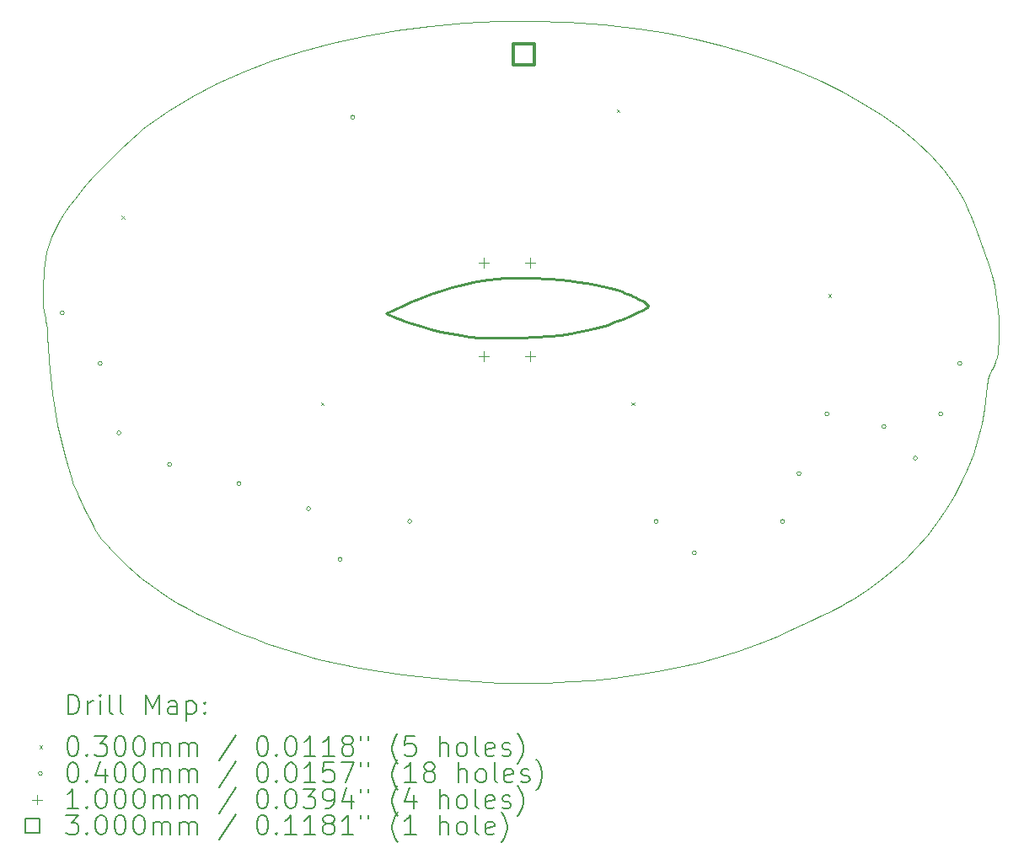
<source format=gbr>
%FSLAX45Y45*%
G04 Gerber Fmt 4.5, Leading zero omitted, Abs format (unit mm)*
G04 Created by KiCad (PCBNEW (6.0.2-0)) date 2022-12-05 13:59:55*
%MOMM*%
%LPD*%
G01*
G04 APERTURE LIST*
%TA.AperFunction,Profile*%
%ADD10C,0.100000*%
%TD*%
%TA.AperFunction,Profile*%
%ADD11C,0.220460*%
%TD*%
%ADD12C,0.200000*%
%ADD13C,0.030000*%
%ADD14C,0.040000*%
%ADD15C,0.100000*%
%ADD16C,0.300000*%
G04 APERTURE END LIST*
D10*
X20299638Y-9911788D02*
X20043849Y-9887612D01*
X20043849Y-9887612D02*
X19805123Y-9859851D01*
X19805123Y-9859851D02*
X19580564Y-9827962D01*
X19580564Y-9827962D02*
X19367278Y-9791404D01*
X19367278Y-9791404D02*
X19162371Y-9749634D01*
X19162371Y-9749634D02*
X18962947Y-9702111D01*
X18962947Y-9702111D02*
X18766111Y-9648291D01*
X18766111Y-9648291D02*
X18568971Y-9587633D01*
X18568971Y-9587633D02*
X18438670Y-9543946D01*
X18438670Y-9543946D02*
X18312483Y-9498678D01*
X18312483Y-9498678D02*
X18190373Y-9451808D01*
X18190373Y-9451808D02*
X18072304Y-9403315D01*
X18072304Y-9403315D02*
X17958240Y-9353179D01*
X17958240Y-9353179D02*
X17848143Y-9301380D01*
X17848143Y-9301380D02*
X17741976Y-9247896D01*
X17741976Y-9247896D02*
X17639704Y-9192708D01*
X17639704Y-9192708D02*
X17541288Y-9135795D01*
X17541288Y-9135795D02*
X17446694Y-9077137D01*
X17446694Y-9077137D02*
X17355883Y-9016712D01*
X17355883Y-9016712D02*
X17268820Y-8954501D01*
X17268820Y-8954501D02*
X17185467Y-8890482D01*
X17185467Y-8890482D02*
X17105788Y-8824636D01*
X17105788Y-8824636D02*
X17029746Y-8756943D01*
X17029746Y-8756943D02*
X16957305Y-8687380D01*
X16957305Y-8687380D02*
X16892465Y-8621927D01*
X16892465Y-8621927D02*
X16864811Y-8593188D01*
X16864811Y-8593188D02*
X16839863Y-8566454D01*
X16839863Y-8566454D02*
X16817269Y-8541237D01*
X16817269Y-8541237D02*
X16796678Y-8517049D01*
X16796678Y-8517049D02*
X16777736Y-8493399D01*
X16777736Y-8493399D02*
X16760090Y-8469800D01*
X16760090Y-8469800D02*
X16743390Y-8445763D01*
X16743390Y-8445763D02*
X16727281Y-8420799D01*
X16727281Y-8420799D02*
X16711412Y-8394418D01*
X16711412Y-8394418D02*
X16695430Y-8366132D01*
X16695430Y-8366132D02*
X16678983Y-8335453D01*
X16678983Y-8335453D02*
X16661718Y-8301890D01*
X16661718Y-8301890D02*
X16623324Y-8224161D01*
X16623324Y-8224161D02*
X16598038Y-8171242D01*
X16598038Y-8171242D02*
X16573159Y-8117524D01*
X16573159Y-8117524D02*
X16549322Y-8064492D01*
X16549322Y-8064492D02*
X16527165Y-8013635D01*
X16527165Y-8013635D02*
X16507325Y-7966439D01*
X16507325Y-7966439D02*
X16490438Y-7924390D01*
X16490438Y-7924390D02*
X16477140Y-7888975D01*
X16477140Y-7888975D02*
X16468070Y-7861681D01*
X16468070Y-7861681D02*
X16418594Y-7687011D01*
X16418594Y-7687011D02*
X16375632Y-7518115D01*
X16375632Y-7518115D02*
X16338916Y-7353434D01*
X16338916Y-7353434D02*
X16308177Y-7191413D01*
X16308177Y-7191413D02*
X16283146Y-7030492D01*
X16283146Y-7030492D02*
X16263553Y-6869115D01*
X16263553Y-6869115D02*
X16249130Y-6705725D01*
X16249130Y-6705725D02*
X16239609Y-6538765D01*
X16239609Y-6538765D02*
X16236887Y-6484639D01*
X16236887Y-6484639D02*
X16233432Y-6432257D01*
X16233432Y-6432257D02*
X16229385Y-6382899D01*
X16229385Y-6382899D02*
X16224888Y-6337849D01*
X16224888Y-6337849D02*
X16220081Y-6298386D01*
X16220081Y-6298386D02*
X16215105Y-6265792D01*
X16215105Y-6265792D02*
X16210102Y-6241349D01*
X16210102Y-6241349D02*
X16207635Y-6232584D01*
X16207635Y-6232584D02*
X16205213Y-6226338D01*
X16205213Y-6226338D02*
X16202659Y-6219799D01*
X16202659Y-6219799D02*
X16200325Y-6211215D01*
X16200325Y-6211215D02*
X16198213Y-6200659D01*
X16198213Y-6200659D02*
X16196328Y-6188205D01*
X16196328Y-6188205D02*
X16194672Y-6173928D01*
X16194672Y-6173928D02*
X16193248Y-6157901D01*
X16193248Y-6157901D02*
X16192060Y-6140198D01*
X16192060Y-6140198D02*
X16191110Y-6120893D01*
X16191110Y-6120893D02*
X16189936Y-6077773D01*
X16189936Y-6077773D02*
X16189753Y-6029133D01*
X16189753Y-6029133D02*
X16190584Y-5975564D01*
X16190584Y-5975564D02*
X16192453Y-5917657D01*
X16192453Y-5917657D02*
X16195983Y-5848889D01*
X16195983Y-5848889D02*
X16201035Y-5784352D01*
X16201035Y-5784352D02*
X16207838Y-5723477D01*
X16207838Y-5723477D02*
X16216622Y-5665695D01*
X16216622Y-5665695D02*
X16227616Y-5610436D01*
X16227616Y-5610436D02*
X16241051Y-5557132D01*
X16241051Y-5557132D02*
X16257156Y-5505213D01*
X16257156Y-5505213D02*
X16276160Y-5454110D01*
X16276160Y-5454110D02*
X16298293Y-5403255D01*
X16298293Y-5403255D02*
X16323785Y-5352078D01*
X16323785Y-5352078D02*
X16352866Y-5300009D01*
X16352866Y-5300009D02*
X16385764Y-5246481D01*
X16385764Y-5246481D02*
X16422710Y-5190924D01*
X16422710Y-5190924D02*
X16463933Y-5132768D01*
X16463933Y-5132768D02*
X16509663Y-5071445D01*
X16509663Y-5071445D02*
X16560129Y-5006386D01*
X16560129Y-5006386D02*
X16589096Y-4970749D01*
X16589096Y-4970749D02*
X16622449Y-4931661D01*
X16622449Y-4931661D02*
X16699982Y-4845443D01*
X16699982Y-4845443D02*
X16788071Y-4752364D01*
X16788071Y-4752364D02*
X16882058Y-4657058D01*
X16882058Y-4657058D02*
X16977287Y-4564155D01*
X16977287Y-4564155D02*
X17069102Y-4478289D01*
X17069102Y-4478289D02*
X17152844Y-4404090D01*
X17152844Y-4404090D02*
X17190232Y-4372815D01*
X17190232Y-4372815D02*
X17223857Y-4346193D01*
X17223857Y-4346193D02*
X17442838Y-4191713D01*
X17442838Y-4191713D02*
X17680051Y-4048437D01*
X17680051Y-4048437D02*
X17934173Y-3916624D01*
X17934173Y-3916624D02*
X18203879Y-3796539D01*
X18203879Y-3796539D02*
X18487843Y-3688443D01*
X18487843Y-3688443D02*
X18784743Y-3592599D01*
X18784743Y-3592599D02*
X19093253Y-3509269D01*
X19093253Y-3509269D02*
X19412048Y-3438715D01*
X19412048Y-3438715D02*
X19739805Y-3381200D01*
X19739805Y-3381200D02*
X20075199Y-3336986D01*
X20075199Y-3336986D02*
X20416906Y-3306335D01*
X20416906Y-3306335D02*
X20763600Y-3289510D01*
X20763600Y-3289510D02*
X21113958Y-3286773D01*
X21113958Y-3286773D02*
X21466656Y-3298387D01*
X21466656Y-3298387D02*
X21820367Y-3324614D01*
X21820367Y-3324614D02*
X22173769Y-3365715D01*
X22173769Y-3365715D02*
X22459136Y-3410922D01*
X22459136Y-3410922D02*
X22737939Y-3466738D01*
X22737939Y-3466738D02*
X23009268Y-3532682D01*
X23009268Y-3532682D02*
X23272216Y-3608275D01*
X23272216Y-3608275D02*
X23525873Y-3693035D01*
X23525873Y-3693035D02*
X23769331Y-3786484D01*
X23769331Y-3786484D02*
X24001681Y-3888141D01*
X24001681Y-3888141D02*
X24222013Y-3997525D01*
X24222013Y-3997525D02*
X24429420Y-4114156D01*
X24429420Y-4114156D02*
X24622991Y-4237554D01*
X24622991Y-4237554D02*
X24801819Y-4367239D01*
X24801819Y-4367239D02*
X24964995Y-4502731D01*
X24964995Y-4502731D02*
X25111610Y-4643549D01*
X25111610Y-4643549D02*
X25240754Y-4789213D01*
X25240754Y-4789213D02*
X25351520Y-4939244D01*
X25351520Y-4939244D02*
X25442997Y-5093159D01*
X25442997Y-5093159D02*
X25461567Y-5130183D01*
X25461567Y-5130183D02*
X25481218Y-5172262D01*
X25481218Y-5172262D02*
X25522876Y-5269092D01*
X25522876Y-5269092D02*
X25566199Y-5378669D01*
X25566199Y-5378669D02*
X25609414Y-5496014D01*
X25609414Y-5496014D02*
X25650748Y-5616144D01*
X25650748Y-5616144D02*
X25688426Y-5734081D01*
X25688426Y-5734081D02*
X25720677Y-5844844D01*
X25720677Y-5844844D02*
X25745727Y-5943452D01*
X25745727Y-5943452D02*
X25758755Y-6005744D01*
X25758755Y-6005744D02*
X25769756Y-6069800D01*
X25769756Y-6069800D02*
X25778750Y-6134983D01*
X25778750Y-6134983D02*
X25785754Y-6200656D01*
X25785754Y-6200656D02*
X25790787Y-6266180D01*
X25790787Y-6266180D02*
X25793867Y-6330919D01*
X25793867Y-6330919D02*
X25795012Y-6394235D01*
X25795012Y-6394235D02*
X25794242Y-6455491D01*
X25794242Y-6455491D02*
X25791572Y-6514049D01*
X25791572Y-6514049D02*
X25787024Y-6569272D01*
X25787024Y-6569272D02*
X25780614Y-6620523D01*
X25780614Y-6620523D02*
X25772360Y-6667164D01*
X25772360Y-6667164D02*
X25762282Y-6708558D01*
X25762282Y-6708558D02*
X25750397Y-6744067D01*
X25750397Y-6744067D02*
X25736724Y-6773054D01*
X25736724Y-6773054D02*
X25721281Y-6794881D01*
X25721281Y-6794881D02*
X25718901Y-6797673D01*
X25718901Y-6797673D02*
X25716570Y-6800735D01*
X25716570Y-6800735D02*
X25712053Y-6807678D01*
X25712053Y-6807678D02*
X25707727Y-6815726D01*
X25707727Y-6815726D02*
X25703588Y-6824900D01*
X25703588Y-6824900D02*
X25699632Y-6835216D01*
X25699632Y-6835216D02*
X25695853Y-6846693D01*
X25695853Y-6846693D02*
X25692249Y-6859349D01*
X25692249Y-6859349D02*
X25688815Y-6873202D01*
X25688815Y-6873202D02*
X25685546Y-6888271D01*
X25685546Y-6888271D02*
X25682439Y-6904572D01*
X25682439Y-6904572D02*
X25679489Y-6922125D01*
X25679489Y-6922125D02*
X25676692Y-6940947D01*
X25676692Y-6940947D02*
X25674044Y-6961057D01*
X25674044Y-6961057D02*
X25671541Y-6982473D01*
X25671541Y-6982473D02*
X25669179Y-7005212D01*
X25669179Y-7005212D02*
X25666952Y-7029293D01*
X25666952Y-7029293D02*
X25648382Y-7184918D01*
X25648382Y-7184918D02*
X25620112Y-7338538D01*
X25620112Y-7338538D02*
X25582346Y-7489838D01*
X25582346Y-7489838D02*
X25535288Y-7638506D01*
X25535288Y-7638506D02*
X25479141Y-7784227D01*
X25479141Y-7784227D02*
X25414110Y-7926687D01*
X25414110Y-7926687D02*
X25340398Y-8065573D01*
X25340398Y-8065573D02*
X25258210Y-8200571D01*
X25258210Y-8200571D02*
X25167748Y-8331366D01*
X25167748Y-8331366D02*
X25069218Y-8457646D01*
X25069218Y-8457646D02*
X24962822Y-8579096D01*
X24962822Y-8579096D02*
X24848765Y-8695402D01*
X24848765Y-8695402D02*
X24727250Y-8806250D01*
X24727250Y-8806250D02*
X24598482Y-8911328D01*
X24598482Y-8911328D02*
X24462664Y-9010320D01*
X24462664Y-9010320D02*
X24320000Y-9102913D01*
X24320000Y-9102913D02*
X24288327Y-9121936D01*
X24288327Y-9121936D02*
X24254568Y-9141591D01*
X24254568Y-9141591D02*
X24219763Y-9161313D01*
X24219763Y-9161313D02*
X24184951Y-9180533D01*
X24184951Y-9180533D02*
X24151173Y-9198686D01*
X24151173Y-9198686D02*
X24119469Y-9215206D01*
X24119469Y-9215206D02*
X24090878Y-9229524D01*
X24090878Y-9229524D02*
X24066441Y-9241074D01*
X24066441Y-9241074D02*
X24005861Y-9269016D01*
X24005861Y-9269016D02*
X23919816Y-9309329D01*
X23919816Y-9309329D02*
X23717172Y-9405493D01*
X23717172Y-9405493D02*
X23543269Y-9483982D01*
X23543269Y-9483982D02*
X23362350Y-9556479D01*
X23362350Y-9556479D02*
X23174785Y-9622932D01*
X23174785Y-9622932D02*
X22980943Y-9683284D01*
X22980943Y-9683284D02*
X22781193Y-9737481D01*
X22781193Y-9737481D02*
X22575905Y-9785469D01*
X22575905Y-9785469D02*
X22365448Y-9827193D01*
X22365448Y-9827193D02*
X22150190Y-9862597D01*
X22150190Y-9862597D02*
X21930502Y-9891628D01*
X21930502Y-9891628D02*
X21706752Y-9914231D01*
X21706752Y-9914231D02*
X21479310Y-9930350D01*
X21479310Y-9930350D02*
X21248545Y-9939932D01*
X21248545Y-9939932D02*
X21014826Y-9942921D01*
X21014826Y-9942921D02*
X20778522Y-9939264D01*
X20778522Y-9939264D02*
X20540003Y-9928904D01*
X20540003Y-9928904D02*
X20299638Y-9911788D01*
X20299638Y-9911788D02*
X20299638Y-9911788D01*
X20299638Y-9911788D02*
X20299638Y-9911788D01*
D11*
X21488181Y-6428899D02*
X21566426Y-6412952D01*
X21566426Y-6412952D02*
X21650614Y-6394680D01*
X21650614Y-6394680D02*
X21730634Y-6376340D01*
X21730634Y-6376340D02*
X21796373Y-6360184D01*
X21796373Y-6360184D02*
X21826983Y-6351587D01*
X21826983Y-6351587D02*
X21860856Y-6340900D01*
X21860856Y-6340900D02*
X21935502Y-6314532D01*
X21935502Y-6314532D02*
X22014529Y-6283628D01*
X22014529Y-6283628D02*
X22092155Y-6250734D01*
X22092155Y-6250734D02*
X22162596Y-6218399D01*
X22162596Y-6218399D02*
X22220070Y-6189169D01*
X22220070Y-6189169D02*
X22242137Y-6176515D01*
X22242137Y-6176515D02*
X22258795Y-6165592D01*
X22258795Y-6165592D02*
X22269319Y-6156720D01*
X22269319Y-6156720D02*
X22272056Y-6153152D01*
X22272056Y-6153152D02*
X22272988Y-6150216D01*
X22272988Y-6150216D02*
X22272470Y-6147757D01*
X22272470Y-6147757D02*
X22270941Y-6144936D01*
X22270941Y-6144936D02*
X22268442Y-6141773D01*
X22268442Y-6141773D02*
X22265012Y-6138288D01*
X22265012Y-6138288D02*
X22255518Y-6130431D01*
X22255518Y-6130431D02*
X22242779Y-6121522D01*
X22242779Y-6121522D02*
X22227112Y-6111722D01*
X22227112Y-6111722D02*
X22208835Y-6101187D01*
X22208835Y-6101187D02*
X22188266Y-6090078D01*
X22188266Y-6090078D02*
X22165724Y-6078553D01*
X22165724Y-6078553D02*
X22141527Y-6066770D01*
X22141527Y-6066770D02*
X22115992Y-6054888D01*
X22115992Y-6054888D02*
X22089438Y-6043066D01*
X22089438Y-6043066D02*
X22062183Y-6031462D01*
X22062183Y-6031462D02*
X22034545Y-6020235D01*
X22034545Y-6020235D02*
X22006843Y-6009543D01*
X22006843Y-6009543D02*
X21979393Y-5999546D01*
X21979393Y-5999546D02*
X21952515Y-5990401D01*
X21952515Y-5990401D02*
X21887173Y-5971025D01*
X21887173Y-5971025D02*
X21814639Y-5953126D01*
X21814639Y-5953126D02*
X21735912Y-5936774D01*
X21735912Y-5936774D02*
X21651991Y-5922038D01*
X21651991Y-5922038D02*
X21563875Y-5908988D01*
X21563875Y-5908988D02*
X21472563Y-5897694D01*
X21472563Y-5897694D02*
X21284344Y-5880648D01*
X21284344Y-5880648D02*
X21095327Y-5871457D01*
X21095327Y-5871457D02*
X21003016Y-5869981D01*
X21003016Y-5869981D02*
X20913502Y-5870677D01*
X20913502Y-5870677D02*
X20827783Y-5873614D01*
X20827783Y-5873614D02*
X20746859Y-5878862D01*
X20746859Y-5878862D02*
X20671728Y-5886491D01*
X20671728Y-5886491D02*
X20603389Y-5896570D01*
X20603389Y-5896570D02*
X20506581Y-5915618D01*
X20506581Y-5915618D02*
X20404412Y-5939556D01*
X20404412Y-5939556D02*
X20299110Y-5967687D01*
X20299110Y-5967687D02*
X20192902Y-5999313D01*
X20192902Y-5999313D02*
X20088014Y-6033738D01*
X20088014Y-6033738D02*
X19986674Y-6070265D01*
X19986674Y-6070265D02*
X19891108Y-6108198D01*
X19891108Y-6108198D02*
X19803544Y-6146839D01*
X19803544Y-6146839D02*
X19638179Y-6224234D01*
X19638179Y-6224234D02*
X19748422Y-6275646D01*
X19748422Y-6275646D02*
X19778133Y-6288619D01*
X19778133Y-6288619D02*
X19812411Y-6302033D01*
X19812411Y-6302033D02*
X19892555Y-6329642D01*
X19892555Y-6329642D02*
X19984638Y-6357400D01*
X19984638Y-6357400D02*
X20084438Y-6384233D01*
X20084438Y-6384233D02*
X20187738Y-6409069D01*
X20187738Y-6409069D02*
X20290317Y-6430834D01*
X20290317Y-6430834D02*
X20387958Y-6448455D01*
X20387958Y-6448455D02*
X20433607Y-6455375D01*
X20433607Y-6455375D02*
X20476440Y-6460857D01*
X20476440Y-6460857D02*
X20579787Y-6469040D01*
X20579787Y-6469040D02*
X20705365Y-6473249D01*
X20705365Y-6473249D02*
X20845363Y-6473733D01*
X20845363Y-6473733D02*
X20991966Y-6470737D01*
X20991966Y-6470737D02*
X21137363Y-6464509D01*
X21137363Y-6464509D02*
X21273739Y-6455296D01*
X21273739Y-6455296D02*
X21393283Y-6443343D01*
X21393283Y-6443343D02*
X21444300Y-6436417D01*
X21444300Y-6436417D02*
X21488180Y-6428898D01*
X21488180Y-6428898D02*
X21488181Y-6428899D01*
X21488181Y-6428899D02*
X21488181Y-6428899D01*
D12*
D13*
X16978212Y-5244574D02*
X17008212Y-5274574D01*
X17008212Y-5244574D02*
X16978212Y-5274574D01*
X18984200Y-7122400D02*
X19014200Y-7152400D01*
X19014200Y-7122400D02*
X18984200Y-7152400D01*
X21956000Y-4176000D02*
X21986000Y-4206000D01*
X21986000Y-4176000D02*
X21956000Y-4206000D01*
X22101156Y-7121909D02*
X22131156Y-7151909D01*
X22131156Y-7121909D02*
X22101156Y-7151909D01*
X24080733Y-6032983D02*
X24110733Y-6062983D01*
X24110733Y-6032983D02*
X24080733Y-6062983D01*
D14*
X16403000Y-6223000D02*
G75*
G03*
X16403000Y-6223000I-20000J0D01*
G01*
X16784000Y-6731000D02*
G75*
G03*
X16784000Y-6731000I-20000J0D01*
G01*
X16974500Y-7429500D02*
G75*
G03*
X16974500Y-7429500I-20000J0D01*
G01*
X17482500Y-7747000D02*
G75*
G03*
X17482500Y-7747000I-20000J0D01*
G01*
X18181000Y-7937500D02*
G75*
G03*
X18181000Y-7937500I-20000J0D01*
G01*
X18879500Y-8191500D02*
G75*
G03*
X18879500Y-8191500I-20000J0D01*
G01*
X19197000Y-8699500D02*
G75*
G03*
X19197000Y-8699500I-20000J0D01*
G01*
X19324000Y-4254500D02*
G75*
G03*
X19324000Y-4254500I-20000J0D01*
G01*
X19895500Y-8318500D02*
G75*
G03*
X19895500Y-8318500I-20000J0D01*
G01*
X22372000Y-8318500D02*
G75*
G03*
X22372000Y-8318500I-20000J0D01*
G01*
X22753000Y-8636000D02*
G75*
G03*
X22753000Y-8636000I-20000J0D01*
G01*
X23642000Y-8318500D02*
G75*
G03*
X23642000Y-8318500I-20000J0D01*
G01*
X23805500Y-7837500D02*
G75*
G03*
X23805500Y-7837500I-20000J0D01*
G01*
X24086500Y-7239000D02*
G75*
G03*
X24086500Y-7239000I-20000J0D01*
G01*
X24658000Y-7366000D02*
G75*
G03*
X24658000Y-7366000I-20000J0D01*
G01*
X24975500Y-7683500D02*
G75*
G03*
X24975500Y-7683500I-20000J0D01*
G01*
X25229500Y-7239000D02*
G75*
G03*
X25229500Y-7239000I-20000J0D01*
G01*
X25420000Y-6731000D02*
G75*
G03*
X25420000Y-6731000I-20000J0D01*
G01*
D15*
X20621695Y-5665000D02*
X20621695Y-5765000D01*
X20571695Y-5715000D02*
X20671695Y-5715000D01*
X20621695Y-6604800D02*
X20621695Y-6704800D01*
X20571695Y-6654800D02*
X20671695Y-6654800D01*
X21082000Y-5665000D02*
X21082000Y-5765000D01*
X21032000Y-5715000D02*
X21132000Y-5715000D01*
X21082000Y-6604800D02*
X21082000Y-6704800D01*
X21032000Y-6654800D02*
X21132000Y-6654800D01*
D16*
X21124567Y-3725567D02*
X21124567Y-3513433D01*
X20912433Y-3513433D01*
X20912433Y-3725567D01*
X21124567Y-3725567D01*
D12*
X16442372Y-10258398D02*
X16442372Y-10058398D01*
X16489991Y-10058398D01*
X16518562Y-10067921D01*
X16537610Y-10086969D01*
X16547134Y-10106017D01*
X16556657Y-10144112D01*
X16556657Y-10172683D01*
X16547134Y-10210779D01*
X16537610Y-10229826D01*
X16518562Y-10248874D01*
X16489991Y-10258398D01*
X16442372Y-10258398D01*
X16642372Y-10258398D02*
X16642372Y-10125064D01*
X16642372Y-10163159D02*
X16651895Y-10144112D01*
X16661419Y-10134588D01*
X16680467Y-10125064D01*
X16699515Y-10125064D01*
X16766181Y-10258398D02*
X16766181Y-10125064D01*
X16766181Y-10058398D02*
X16756657Y-10067921D01*
X16766181Y-10077445D01*
X16775705Y-10067921D01*
X16766181Y-10058398D01*
X16766181Y-10077445D01*
X16889991Y-10258398D02*
X16870943Y-10248874D01*
X16861419Y-10229826D01*
X16861419Y-10058398D01*
X16994753Y-10258398D02*
X16975705Y-10248874D01*
X16966181Y-10229826D01*
X16966181Y-10058398D01*
X17223324Y-10258398D02*
X17223324Y-10058398D01*
X17289991Y-10201255D01*
X17356657Y-10058398D01*
X17356657Y-10258398D01*
X17537610Y-10258398D02*
X17537610Y-10153636D01*
X17528086Y-10134588D01*
X17509038Y-10125064D01*
X17470943Y-10125064D01*
X17451896Y-10134588D01*
X17537610Y-10248874D02*
X17518562Y-10258398D01*
X17470943Y-10258398D01*
X17451896Y-10248874D01*
X17442372Y-10229826D01*
X17442372Y-10210779D01*
X17451896Y-10191731D01*
X17470943Y-10182207D01*
X17518562Y-10182207D01*
X17537610Y-10172683D01*
X17632848Y-10125064D02*
X17632848Y-10325064D01*
X17632848Y-10134588D02*
X17651896Y-10125064D01*
X17689991Y-10125064D01*
X17709038Y-10134588D01*
X17718562Y-10144112D01*
X17728086Y-10163159D01*
X17728086Y-10220302D01*
X17718562Y-10239350D01*
X17709038Y-10248874D01*
X17689991Y-10258398D01*
X17651896Y-10258398D01*
X17632848Y-10248874D01*
X17813800Y-10239350D02*
X17823324Y-10248874D01*
X17813800Y-10258398D01*
X17804277Y-10248874D01*
X17813800Y-10239350D01*
X17813800Y-10258398D01*
X17813800Y-10134588D02*
X17823324Y-10144112D01*
X17813800Y-10153636D01*
X17804277Y-10144112D01*
X17813800Y-10134588D01*
X17813800Y-10153636D01*
D13*
X16154753Y-10572921D02*
X16184753Y-10602921D01*
X16184753Y-10572921D02*
X16154753Y-10602921D01*
D12*
X16480467Y-10478398D02*
X16499515Y-10478398D01*
X16518562Y-10487921D01*
X16528086Y-10497445D01*
X16537610Y-10516493D01*
X16547134Y-10554588D01*
X16547134Y-10602207D01*
X16537610Y-10640302D01*
X16528086Y-10659350D01*
X16518562Y-10668874D01*
X16499515Y-10678398D01*
X16480467Y-10678398D01*
X16461419Y-10668874D01*
X16451895Y-10659350D01*
X16442372Y-10640302D01*
X16432848Y-10602207D01*
X16432848Y-10554588D01*
X16442372Y-10516493D01*
X16451895Y-10497445D01*
X16461419Y-10487921D01*
X16480467Y-10478398D01*
X16632848Y-10659350D02*
X16642372Y-10668874D01*
X16632848Y-10678398D01*
X16623324Y-10668874D01*
X16632848Y-10659350D01*
X16632848Y-10678398D01*
X16709038Y-10478398D02*
X16832848Y-10478398D01*
X16766181Y-10554588D01*
X16794753Y-10554588D01*
X16813800Y-10564112D01*
X16823324Y-10573636D01*
X16832848Y-10592683D01*
X16832848Y-10640302D01*
X16823324Y-10659350D01*
X16813800Y-10668874D01*
X16794753Y-10678398D01*
X16737610Y-10678398D01*
X16718562Y-10668874D01*
X16709038Y-10659350D01*
X16956657Y-10478398D02*
X16975705Y-10478398D01*
X16994753Y-10487921D01*
X17004277Y-10497445D01*
X17013800Y-10516493D01*
X17023324Y-10554588D01*
X17023324Y-10602207D01*
X17013800Y-10640302D01*
X17004277Y-10659350D01*
X16994753Y-10668874D01*
X16975705Y-10678398D01*
X16956657Y-10678398D01*
X16937610Y-10668874D01*
X16928086Y-10659350D01*
X16918562Y-10640302D01*
X16909038Y-10602207D01*
X16909038Y-10554588D01*
X16918562Y-10516493D01*
X16928086Y-10497445D01*
X16937610Y-10487921D01*
X16956657Y-10478398D01*
X17147134Y-10478398D02*
X17166181Y-10478398D01*
X17185229Y-10487921D01*
X17194753Y-10497445D01*
X17204277Y-10516493D01*
X17213800Y-10554588D01*
X17213800Y-10602207D01*
X17204277Y-10640302D01*
X17194753Y-10659350D01*
X17185229Y-10668874D01*
X17166181Y-10678398D01*
X17147134Y-10678398D01*
X17128086Y-10668874D01*
X17118562Y-10659350D01*
X17109038Y-10640302D01*
X17099515Y-10602207D01*
X17099515Y-10554588D01*
X17109038Y-10516493D01*
X17118562Y-10497445D01*
X17128086Y-10487921D01*
X17147134Y-10478398D01*
X17299515Y-10678398D02*
X17299515Y-10545064D01*
X17299515Y-10564112D02*
X17309038Y-10554588D01*
X17328086Y-10545064D01*
X17356657Y-10545064D01*
X17375705Y-10554588D01*
X17385229Y-10573636D01*
X17385229Y-10678398D01*
X17385229Y-10573636D02*
X17394753Y-10554588D01*
X17413800Y-10545064D01*
X17442372Y-10545064D01*
X17461419Y-10554588D01*
X17470943Y-10573636D01*
X17470943Y-10678398D01*
X17566181Y-10678398D02*
X17566181Y-10545064D01*
X17566181Y-10564112D02*
X17575705Y-10554588D01*
X17594753Y-10545064D01*
X17623324Y-10545064D01*
X17642372Y-10554588D01*
X17651896Y-10573636D01*
X17651896Y-10678398D01*
X17651896Y-10573636D02*
X17661419Y-10554588D01*
X17680467Y-10545064D01*
X17709038Y-10545064D01*
X17728086Y-10554588D01*
X17737610Y-10573636D01*
X17737610Y-10678398D01*
X18128086Y-10468874D02*
X17956657Y-10726017D01*
X18385229Y-10478398D02*
X18404277Y-10478398D01*
X18423324Y-10487921D01*
X18432848Y-10497445D01*
X18442372Y-10516493D01*
X18451896Y-10554588D01*
X18451896Y-10602207D01*
X18442372Y-10640302D01*
X18432848Y-10659350D01*
X18423324Y-10668874D01*
X18404277Y-10678398D01*
X18385229Y-10678398D01*
X18366181Y-10668874D01*
X18356657Y-10659350D01*
X18347134Y-10640302D01*
X18337610Y-10602207D01*
X18337610Y-10554588D01*
X18347134Y-10516493D01*
X18356657Y-10497445D01*
X18366181Y-10487921D01*
X18385229Y-10478398D01*
X18537610Y-10659350D02*
X18547134Y-10668874D01*
X18537610Y-10678398D01*
X18528086Y-10668874D01*
X18537610Y-10659350D01*
X18537610Y-10678398D01*
X18670943Y-10478398D02*
X18689991Y-10478398D01*
X18709038Y-10487921D01*
X18718562Y-10497445D01*
X18728086Y-10516493D01*
X18737610Y-10554588D01*
X18737610Y-10602207D01*
X18728086Y-10640302D01*
X18718562Y-10659350D01*
X18709038Y-10668874D01*
X18689991Y-10678398D01*
X18670943Y-10678398D01*
X18651896Y-10668874D01*
X18642372Y-10659350D01*
X18632848Y-10640302D01*
X18623324Y-10602207D01*
X18623324Y-10554588D01*
X18632848Y-10516493D01*
X18642372Y-10497445D01*
X18651896Y-10487921D01*
X18670943Y-10478398D01*
X18928086Y-10678398D02*
X18813800Y-10678398D01*
X18870943Y-10678398D02*
X18870943Y-10478398D01*
X18851896Y-10506969D01*
X18832848Y-10526017D01*
X18813800Y-10535540D01*
X19118562Y-10678398D02*
X19004277Y-10678398D01*
X19061419Y-10678398D02*
X19061419Y-10478398D01*
X19042372Y-10506969D01*
X19023324Y-10526017D01*
X19004277Y-10535540D01*
X19232848Y-10564112D02*
X19213800Y-10554588D01*
X19204277Y-10545064D01*
X19194753Y-10526017D01*
X19194753Y-10516493D01*
X19204277Y-10497445D01*
X19213800Y-10487921D01*
X19232848Y-10478398D01*
X19270943Y-10478398D01*
X19289991Y-10487921D01*
X19299515Y-10497445D01*
X19309038Y-10516493D01*
X19309038Y-10526017D01*
X19299515Y-10545064D01*
X19289991Y-10554588D01*
X19270943Y-10564112D01*
X19232848Y-10564112D01*
X19213800Y-10573636D01*
X19204277Y-10583159D01*
X19194753Y-10602207D01*
X19194753Y-10640302D01*
X19204277Y-10659350D01*
X19213800Y-10668874D01*
X19232848Y-10678398D01*
X19270943Y-10678398D01*
X19289991Y-10668874D01*
X19299515Y-10659350D01*
X19309038Y-10640302D01*
X19309038Y-10602207D01*
X19299515Y-10583159D01*
X19289991Y-10573636D01*
X19270943Y-10564112D01*
X19385229Y-10478398D02*
X19385229Y-10516493D01*
X19461419Y-10478398D02*
X19461419Y-10516493D01*
X19756657Y-10754588D02*
X19747134Y-10745064D01*
X19728086Y-10716493D01*
X19718562Y-10697445D01*
X19709038Y-10668874D01*
X19699515Y-10621255D01*
X19699515Y-10583159D01*
X19709038Y-10535540D01*
X19718562Y-10506969D01*
X19728086Y-10487921D01*
X19747134Y-10459350D01*
X19756657Y-10449826D01*
X19928086Y-10478398D02*
X19832848Y-10478398D01*
X19823324Y-10573636D01*
X19832848Y-10564112D01*
X19851896Y-10554588D01*
X19899515Y-10554588D01*
X19918562Y-10564112D01*
X19928086Y-10573636D01*
X19937610Y-10592683D01*
X19937610Y-10640302D01*
X19928086Y-10659350D01*
X19918562Y-10668874D01*
X19899515Y-10678398D01*
X19851896Y-10678398D01*
X19832848Y-10668874D01*
X19823324Y-10659350D01*
X20175705Y-10678398D02*
X20175705Y-10478398D01*
X20261419Y-10678398D02*
X20261419Y-10573636D01*
X20251896Y-10554588D01*
X20232848Y-10545064D01*
X20204277Y-10545064D01*
X20185229Y-10554588D01*
X20175705Y-10564112D01*
X20385229Y-10678398D02*
X20366181Y-10668874D01*
X20356657Y-10659350D01*
X20347134Y-10640302D01*
X20347134Y-10583159D01*
X20356657Y-10564112D01*
X20366181Y-10554588D01*
X20385229Y-10545064D01*
X20413800Y-10545064D01*
X20432848Y-10554588D01*
X20442372Y-10564112D01*
X20451896Y-10583159D01*
X20451896Y-10640302D01*
X20442372Y-10659350D01*
X20432848Y-10668874D01*
X20413800Y-10678398D01*
X20385229Y-10678398D01*
X20566181Y-10678398D02*
X20547134Y-10668874D01*
X20537610Y-10649826D01*
X20537610Y-10478398D01*
X20718562Y-10668874D02*
X20699515Y-10678398D01*
X20661419Y-10678398D01*
X20642372Y-10668874D01*
X20632848Y-10649826D01*
X20632848Y-10573636D01*
X20642372Y-10554588D01*
X20661419Y-10545064D01*
X20699515Y-10545064D01*
X20718562Y-10554588D01*
X20728086Y-10573636D01*
X20728086Y-10592683D01*
X20632848Y-10611731D01*
X20804277Y-10668874D02*
X20823324Y-10678398D01*
X20861419Y-10678398D01*
X20880467Y-10668874D01*
X20889991Y-10649826D01*
X20889991Y-10640302D01*
X20880467Y-10621255D01*
X20861419Y-10611731D01*
X20832848Y-10611731D01*
X20813800Y-10602207D01*
X20804277Y-10583159D01*
X20804277Y-10573636D01*
X20813800Y-10554588D01*
X20832848Y-10545064D01*
X20861419Y-10545064D01*
X20880467Y-10554588D01*
X20956657Y-10754588D02*
X20966181Y-10745064D01*
X20985229Y-10716493D01*
X20994753Y-10697445D01*
X21004277Y-10668874D01*
X21013800Y-10621255D01*
X21013800Y-10583159D01*
X21004277Y-10535540D01*
X20994753Y-10506969D01*
X20985229Y-10487921D01*
X20966181Y-10459350D01*
X20956657Y-10449826D01*
D14*
X16184753Y-10851921D02*
G75*
G03*
X16184753Y-10851921I-20000J0D01*
G01*
D12*
X16480467Y-10742398D02*
X16499515Y-10742398D01*
X16518562Y-10751921D01*
X16528086Y-10761445D01*
X16537610Y-10780493D01*
X16547134Y-10818588D01*
X16547134Y-10866207D01*
X16537610Y-10904302D01*
X16528086Y-10923350D01*
X16518562Y-10932874D01*
X16499515Y-10942398D01*
X16480467Y-10942398D01*
X16461419Y-10932874D01*
X16451895Y-10923350D01*
X16442372Y-10904302D01*
X16432848Y-10866207D01*
X16432848Y-10818588D01*
X16442372Y-10780493D01*
X16451895Y-10761445D01*
X16461419Y-10751921D01*
X16480467Y-10742398D01*
X16632848Y-10923350D02*
X16642372Y-10932874D01*
X16632848Y-10942398D01*
X16623324Y-10932874D01*
X16632848Y-10923350D01*
X16632848Y-10942398D01*
X16813800Y-10809064D02*
X16813800Y-10942398D01*
X16766181Y-10732874D02*
X16718562Y-10875731D01*
X16842372Y-10875731D01*
X16956657Y-10742398D02*
X16975705Y-10742398D01*
X16994753Y-10751921D01*
X17004277Y-10761445D01*
X17013800Y-10780493D01*
X17023324Y-10818588D01*
X17023324Y-10866207D01*
X17013800Y-10904302D01*
X17004277Y-10923350D01*
X16994753Y-10932874D01*
X16975705Y-10942398D01*
X16956657Y-10942398D01*
X16937610Y-10932874D01*
X16928086Y-10923350D01*
X16918562Y-10904302D01*
X16909038Y-10866207D01*
X16909038Y-10818588D01*
X16918562Y-10780493D01*
X16928086Y-10761445D01*
X16937610Y-10751921D01*
X16956657Y-10742398D01*
X17147134Y-10742398D02*
X17166181Y-10742398D01*
X17185229Y-10751921D01*
X17194753Y-10761445D01*
X17204277Y-10780493D01*
X17213800Y-10818588D01*
X17213800Y-10866207D01*
X17204277Y-10904302D01*
X17194753Y-10923350D01*
X17185229Y-10932874D01*
X17166181Y-10942398D01*
X17147134Y-10942398D01*
X17128086Y-10932874D01*
X17118562Y-10923350D01*
X17109038Y-10904302D01*
X17099515Y-10866207D01*
X17099515Y-10818588D01*
X17109038Y-10780493D01*
X17118562Y-10761445D01*
X17128086Y-10751921D01*
X17147134Y-10742398D01*
X17299515Y-10942398D02*
X17299515Y-10809064D01*
X17299515Y-10828112D02*
X17309038Y-10818588D01*
X17328086Y-10809064D01*
X17356657Y-10809064D01*
X17375705Y-10818588D01*
X17385229Y-10837636D01*
X17385229Y-10942398D01*
X17385229Y-10837636D02*
X17394753Y-10818588D01*
X17413800Y-10809064D01*
X17442372Y-10809064D01*
X17461419Y-10818588D01*
X17470943Y-10837636D01*
X17470943Y-10942398D01*
X17566181Y-10942398D02*
X17566181Y-10809064D01*
X17566181Y-10828112D02*
X17575705Y-10818588D01*
X17594753Y-10809064D01*
X17623324Y-10809064D01*
X17642372Y-10818588D01*
X17651896Y-10837636D01*
X17651896Y-10942398D01*
X17651896Y-10837636D02*
X17661419Y-10818588D01*
X17680467Y-10809064D01*
X17709038Y-10809064D01*
X17728086Y-10818588D01*
X17737610Y-10837636D01*
X17737610Y-10942398D01*
X18128086Y-10732874D02*
X17956657Y-10990017D01*
X18385229Y-10742398D02*
X18404277Y-10742398D01*
X18423324Y-10751921D01*
X18432848Y-10761445D01*
X18442372Y-10780493D01*
X18451896Y-10818588D01*
X18451896Y-10866207D01*
X18442372Y-10904302D01*
X18432848Y-10923350D01*
X18423324Y-10932874D01*
X18404277Y-10942398D01*
X18385229Y-10942398D01*
X18366181Y-10932874D01*
X18356657Y-10923350D01*
X18347134Y-10904302D01*
X18337610Y-10866207D01*
X18337610Y-10818588D01*
X18347134Y-10780493D01*
X18356657Y-10761445D01*
X18366181Y-10751921D01*
X18385229Y-10742398D01*
X18537610Y-10923350D02*
X18547134Y-10932874D01*
X18537610Y-10942398D01*
X18528086Y-10932874D01*
X18537610Y-10923350D01*
X18537610Y-10942398D01*
X18670943Y-10742398D02*
X18689991Y-10742398D01*
X18709038Y-10751921D01*
X18718562Y-10761445D01*
X18728086Y-10780493D01*
X18737610Y-10818588D01*
X18737610Y-10866207D01*
X18728086Y-10904302D01*
X18718562Y-10923350D01*
X18709038Y-10932874D01*
X18689991Y-10942398D01*
X18670943Y-10942398D01*
X18651896Y-10932874D01*
X18642372Y-10923350D01*
X18632848Y-10904302D01*
X18623324Y-10866207D01*
X18623324Y-10818588D01*
X18632848Y-10780493D01*
X18642372Y-10761445D01*
X18651896Y-10751921D01*
X18670943Y-10742398D01*
X18928086Y-10942398D02*
X18813800Y-10942398D01*
X18870943Y-10942398D02*
X18870943Y-10742398D01*
X18851896Y-10770969D01*
X18832848Y-10790017D01*
X18813800Y-10799540D01*
X19109038Y-10742398D02*
X19013800Y-10742398D01*
X19004277Y-10837636D01*
X19013800Y-10828112D01*
X19032848Y-10818588D01*
X19080467Y-10818588D01*
X19099515Y-10828112D01*
X19109038Y-10837636D01*
X19118562Y-10856683D01*
X19118562Y-10904302D01*
X19109038Y-10923350D01*
X19099515Y-10932874D01*
X19080467Y-10942398D01*
X19032848Y-10942398D01*
X19013800Y-10932874D01*
X19004277Y-10923350D01*
X19185229Y-10742398D02*
X19318562Y-10742398D01*
X19232848Y-10942398D01*
X19385229Y-10742398D02*
X19385229Y-10780493D01*
X19461419Y-10742398D02*
X19461419Y-10780493D01*
X19756657Y-11018588D02*
X19747134Y-11009064D01*
X19728086Y-10980493D01*
X19718562Y-10961445D01*
X19709038Y-10932874D01*
X19699515Y-10885255D01*
X19699515Y-10847159D01*
X19709038Y-10799540D01*
X19718562Y-10770969D01*
X19728086Y-10751921D01*
X19747134Y-10723350D01*
X19756657Y-10713826D01*
X19937610Y-10942398D02*
X19823324Y-10942398D01*
X19880467Y-10942398D02*
X19880467Y-10742398D01*
X19861419Y-10770969D01*
X19842372Y-10790017D01*
X19823324Y-10799540D01*
X20051896Y-10828112D02*
X20032848Y-10818588D01*
X20023324Y-10809064D01*
X20013800Y-10790017D01*
X20013800Y-10780493D01*
X20023324Y-10761445D01*
X20032848Y-10751921D01*
X20051896Y-10742398D01*
X20089991Y-10742398D01*
X20109038Y-10751921D01*
X20118562Y-10761445D01*
X20128086Y-10780493D01*
X20128086Y-10790017D01*
X20118562Y-10809064D01*
X20109038Y-10818588D01*
X20089991Y-10828112D01*
X20051896Y-10828112D01*
X20032848Y-10837636D01*
X20023324Y-10847159D01*
X20013800Y-10866207D01*
X20013800Y-10904302D01*
X20023324Y-10923350D01*
X20032848Y-10932874D01*
X20051896Y-10942398D01*
X20089991Y-10942398D01*
X20109038Y-10932874D01*
X20118562Y-10923350D01*
X20128086Y-10904302D01*
X20128086Y-10866207D01*
X20118562Y-10847159D01*
X20109038Y-10837636D01*
X20089991Y-10828112D01*
X20366181Y-10942398D02*
X20366181Y-10742398D01*
X20451896Y-10942398D02*
X20451896Y-10837636D01*
X20442372Y-10818588D01*
X20423324Y-10809064D01*
X20394753Y-10809064D01*
X20375705Y-10818588D01*
X20366181Y-10828112D01*
X20575705Y-10942398D02*
X20556657Y-10932874D01*
X20547134Y-10923350D01*
X20537610Y-10904302D01*
X20537610Y-10847159D01*
X20547134Y-10828112D01*
X20556657Y-10818588D01*
X20575705Y-10809064D01*
X20604277Y-10809064D01*
X20623324Y-10818588D01*
X20632848Y-10828112D01*
X20642372Y-10847159D01*
X20642372Y-10904302D01*
X20632848Y-10923350D01*
X20623324Y-10932874D01*
X20604277Y-10942398D01*
X20575705Y-10942398D01*
X20756657Y-10942398D02*
X20737610Y-10932874D01*
X20728086Y-10913826D01*
X20728086Y-10742398D01*
X20909038Y-10932874D02*
X20889991Y-10942398D01*
X20851896Y-10942398D01*
X20832848Y-10932874D01*
X20823324Y-10913826D01*
X20823324Y-10837636D01*
X20832848Y-10818588D01*
X20851896Y-10809064D01*
X20889991Y-10809064D01*
X20909038Y-10818588D01*
X20918562Y-10837636D01*
X20918562Y-10856683D01*
X20823324Y-10875731D01*
X20994753Y-10932874D02*
X21013800Y-10942398D01*
X21051896Y-10942398D01*
X21070943Y-10932874D01*
X21080467Y-10913826D01*
X21080467Y-10904302D01*
X21070943Y-10885255D01*
X21051896Y-10875731D01*
X21023324Y-10875731D01*
X21004277Y-10866207D01*
X20994753Y-10847159D01*
X20994753Y-10837636D01*
X21004277Y-10818588D01*
X21023324Y-10809064D01*
X21051896Y-10809064D01*
X21070943Y-10818588D01*
X21147134Y-11018588D02*
X21156657Y-11009064D01*
X21175705Y-10980493D01*
X21185229Y-10961445D01*
X21194753Y-10932874D01*
X21204277Y-10885255D01*
X21204277Y-10847159D01*
X21194753Y-10799540D01*
X21185229Y-10770969D01*
X21175705Y-10751921D01*
X21156657Y-10723350D01*
X21147134Y-10713826D01*
D15*
X16134753Y-11065921D02*
X16134753Y-11165921D01*
X16084753Y-11115921D02*
X16184753Y-11115921D01*
D12*
X16547134Y-11206397D02*
X16432848Y-11206397D01*
X16489991Y-11206397D02*
X16489991Y-11006398D01*
X16470943Y-11034969D01*
X16451895Y-11054017D01*
X16432848Y-11063540D01*
X16632848Y-11187350D02*
X16642372Y-11196874D01*
X16632848Y-11206397D01*
X16623324Y-11196874D01*
X16632848Y-11187350D01*
X16632848Y-11206397D01*
X16766181Y-11006398D02*
X16785229Y-11006398D01*
X16804277Y-11015921D01*
X16813800Y-11025445D01*
X16823324Y-11044493D01*
X16832848Y-11082588D01*
X16832848Y-11130207D01*
X16823324Y-11168302D01*
X16813800Y-11187350D01*
X16804277Y-11196874D01*
X16785229Y-11206397D01*
X16766181Y-11206397D01*
X16747134Y-11196874D01*
X16737610Y-11187350D01*
X16728086Y-11168302D01*
X16718562Y-11130207D01*
X16718562Y-11082588D01*
X16728086Y-11044493D01*
X16737610Y-11025445D01*
X16747134Y-11015921D01*
X16766181Y-11006398D01*
X16956657Y-11006398D02*
X16975705Y-11006398D01*
X16994753Y-11015921D01*
X17004277Y-11025445D01*
X17013800Y-11044493D01*
X17023324Y-11082588D01*
X17023324Y-11130207D01*
X17013800Y-11168302D01*
X17004277Y-11187350D01*
X16994753Y-11196874D01*
X16975705Y-11206397D01*
X16956657Y-11206397D01*
X16937610Y-11196874D01*
X16928086Y-11187350D01*
X16918562Y-11168302D01*
X16909038Y-11130207D01*
X16909038Y-11082588D01*
X16918562Y-11044493D01*
X16928086Y-11025445D01*
X16937610Y-11015921D01*
X16956657Y-11006398D01*
X17147134Y-11006398D02*
X17166181Y-11006398D01*
X17185229Y-11015921D01*
X17194753Y-11025445D01*
X17204277Y-11044493D01*
X17213800Y-11082588D01*
X17213800Y-11130207D01*
X17204277Y-11168302D01*
X17194753Y-11187350D01*
X17185229Y-11196874D01*
X17166181Y-11206397D01*
X17147134Y-11206397D01*
X17128086Y-11196874D01*
X17118562Y-11187350D01*
X17109038Y-11168302D01*
X17099515Y-11130207D01*
X17099515Y-11082588D01*
X17109038Y-11044493D01*
X17118562Y-11025445D01*
X17128086Y-11015921D01*
X17147134Y-11006398D01*
X17299515Y-11206397D02*
X17299515Y-11073064D01*
X17299515Y-11092112D02*
X17309038Y-11082588D01*
X17328086Y-11073064D01*
X17356657Y-11073064D01*
X17375705Y-11082588D01*
X17385229Y-11101636D01*
X17385229Y-11206397D01*
X17385229Y-11101636D02*
X17394753Y-11082588D01*
X17413800Y-11073064D01*
X17442372Y-11073064D01*
X17461419Y-11082588D01*
X17470943Y-11101636D01*
X17470943Y-11206397D01*
X17566181Y-11206397D02*
X17566181Y-11073064D01*
X17566181Y-11092112D02*
X17575705Y-11082588D01*
X17594753Y-11073064D01*
X17623324Y-11073064D01*
X17642372Y-11082588D01*
X17651896Y-11101636D01*
X17651896Y-11206397D01*
X17651896Y-11101636D02*
X17661419Y-11082588D01*
X17680467Y-11073064D01*
X17709038Y-11073064D01*
X17728086Y-11082588D01*
X17737610Y-11101636D01*
X17737610Y-11206397D01*
X18128086Y-10996874D02*
X17956657Y-11254017D01*
X18385229Y-11006398D02*
X18404277Y-11006398D01*
X18423324Y-11015921D01*
X18432848Y-11025445D01*
X18442372Y-11044493D01*
X18451896Y-11082588D01*
X18451896Y-11130207D01*
X18442372Y-11168302D01*
X18432848Y-11187350D01*
X18423324Y-11196874D01*
X18404277Y-11206397D01*
X18385229Y-11206397D01*
X18366181Y-11196874D01*
X18356657Y-11187350D01*
X18347134Y-11168302D01*
X18337610Y-11130207D01*
X18337610Y-11082588D01*
X18347134Y-11044493D01*
X18356657Y-11025445D01*
X18366181Y-11015921D01*
X18385229Y-11006398D01*
X18537610Y-11187350D02*
X18547134Y-11196874D01*
X18537610Y-11206397D01*
X18528086Y-11196874D01*
X18537610Y-11187350D01*
X18537610Y-11206397D01*
X18670943Y-11006398D02*
X18689991Y-11006398D01*
X18709038Y-11015921D01*
X18718562Y-11025445D01*
X18728086Y-11044493D01*
X18737610Y-11082588D01*
X18737610Y-11130207D01*
X18728086Y-11168302D01*
X18718562Y-11187350D01*
X18709038Y-11196874D01*
X18689991Y-11206397D01*
X18670943Y-11206397D01*
X18651896Y-11196874D01*
X18642372Y-11187350D01*
X18632848Y-11168302D01*
X18623324Y-11130207D01*
X18623324Y-11082588D01*
X18632848Y-11044493D01*
X18642372Y-11025445D01*
X18651896Y-11015921D01*
X18670943Y-11006398D01*
X18804277Y-11006398D02*
X18928086Y-11006398D01*
X18861419Y-11082588D01*
X18889991Y-11082588D01*
X18909038Y-11092112D01*
X18918562Y-11101636D01*
X18928086Y-11120683D01*
X18928086Y-11168302D01*
X18918562Y-11187350D01*
X18909038Y-11196874D01*
X18889991Y-11206397D01*
X18832848Y-11206397D01*
X18813800Y-11196874D01*
X18804277Y-11187350D01*
X19023324Y-11206397D02*
X19061419Y-11206397D01*
X19080467Y-11196874D01*
X19089991Y-11187350D01*
X19109038Y-11158779D01*
X19118562Y-11120683D01*
X19118562Y-11044493D01*
X19109038Y-11025445D01*
X19099515Y-11015921D01*
X19080467Y-11006398D01*
X19042372Y-11006398D01*
X19023324Y-11015921D01*
X19013800Y-11025445D01*
X19004277Y-11044493D01*
X19004277Y-11092112D01*
X19013800Y-11111159D01*
X19023324Y-11120683D01*
X19042372Y-11130207D01*
X19080467Y-11130207D01*
X19099515Y-11120683D01*
X19109038Y-11111159D01*
X19118562Y-11092112D01*
X19289991Y-11073064D02*
X19289991Y-11206397D01*
X19242372Y-10996874D02*
X19194753Y-11139731D01*
X19318562Y-11139731D01*
X19385229Y-11006398D02*
X19385229Y-11044493D01*
X19461419Y-11006398D02*
X19461419Y-11044493D01*
X19756657Y-11282588D02*
X19747134Y-11273064D01*
X19728086Y-11244493D01*
X19718562Y-11225445D01*
X19709038Y-11196874D01*
X19699515Y-11149255D01*
X19699515Y-11111159D01*
X19709038Y-11063540D01*
X19718562Y-11034969D01*
X19728086Y-11015921D01*
X19747134Y-10987350D01*
X19756657Y-10977826D01*
X19918562Y-11073064D02*
X19918562Y-11206397D01*
X19870943Y-10996874D02*
X19823324Y-11139731D01*
X19947134Y-11139731D01*
X20175705Y-11206397D02*
X20175705Y-11006398D01*
X20261419Y-11206397D02*
X20261419Y-11101636D01*
X20251896Y-11082588D01*
X20232848Y-11073064D01*
X20204277Y-11073064D01*
X20185229Y-11082588D01*
X20175705Y-11092112D01*
X20385229Y-11206397D02*
X20366181Y-11196874D01*
X20356657Y-11187350D01*
X20347134Y-11168302D01*
X20347134Y-11111159D01*
X20356657Y-11092112D01*
X20366181Y-11082588D01*
X20385229Y-11073064D01*
X20413800Y-11073064D01*
X20432848Y-11082588D01*
X20442372Y-11092112D01*
X20451896Y-11111159D01*
X20451896Y-11168302D01*
X20442372Y-11187350D01*
X20432848Y-11196874D01*
X20413800Y-11206397D01*
X20385229Y-11206397D01*
X20566181Y-11206397D02*
X20547134Y-11196874D01*
X20537610Y-11177826D01*
X20537610Y-11006398D01*
X20718562Y-11196874D02*
X20699515Y-11206397D01*
X20661419Y-11206397D01*
X20642372Y-11196874D01*
X20632848Y-11177826D01*
X20632848Y-11101636D01*
X20642372Y-11082588D01*
X20661419Y-11073064D01*
X20699515Y-11073064D01*
X20718562Y-11082588D01*
X20728086Y-11101636D01*
X20728086Y-11120683D01*
X20632848Y-11139731D01*
X20804277Y-11196874D02*
X20823324Y-11206397D01*
X20861419Y-11206397D01*
X20880467Y-11196874D01*
X20889991Y-11177826D01*
X20889991Y-11168302D01*
X20880467Y-11149255D01*
X20861419Y-11139731D01*
X20832848Y-11139731D01*
X20813800Y-11130207D01*
X20804277Y-11111159D01*
X20804277Y-11101636D01*
X20813800Y-11082588D01*
X20832848Y-11073064D01*
X20861419Y-11073064D01*
X20880467Y-11082588D01*
X20956657Y-11282588D02*
X20966181Y-11273064D01*
X20985229Y-11244493D01*
X20994753Y-11225445D01*
X21004277Y-11196874D01*
X21013800Y-11149255D01*
X21013800Y-11111159D01*
X21004277Y-11063540D01*
X20994753Y-11034969D01*
X20985229Y-11015921D01*
X20966181Y-10987350D01*
X20956657Y-10977826D01*
X16155464Y-11450633D02*
X16155464Y-11309210D01*
X16014041Y-11309210D01*
X16014041Y-11450633D01*
X16155464Y-11450633D01*
X16423324Y-11270397D02*
X16547134Y-11270397D01*
X16480467Y-11346588D01*
X16509038Y-11346588D01*
X16528086Y-11356112D01*
X16537610Y-11365636D01*
X16547134Y-11384683D01*
X16547134Y-11432302D01*
X16537610Y-11451350D01*
X16528086Y-11460874D01*
X16509038Y-11470397D01*
X16451895Y-11470397D01*
X16432848Y-11460874D01*
X16423324Y-11451350D01*
X16632848Y-11451350D02*
X16642372Y-11460874D01*
X16632848Y-11470397D01*
X16623324Y-11460874D01*
X16632848Y-11451350D01*
X16632848Y-11470397D01*
X16766181Y-11270397D02*
X16785229Y-11270397D01*
X16804277Y-11279921D01*
X16813800Y-11289445D01*
X16823324Y-11308493D01*
X16832848Y-11346588D01*
X16832848Y-11394207D01*
X16823324Y-11432302D01*
X16813800Y-11451350D01*
X16804277Y-11460874D01*
X16785229Y-11470397D01*
X16766181Y-11470397D01*
X16747134Y-11460874D01*
X16737610Y-11451350D01*
X16728086Y-11432302D01*
X16718562Y-11394207D01*
X16718562Y-11346588D01*
X16728086Y-11308493D01*
X16737610Y-11289445D01*
X16747134Y-11279921D01*
X16766181Y-11270397D01*
X16956657Y-11270397D02*
X16975705Y-11270397D01*
X16994753Y-11279921D01*
X17004277Y-11289445D01*
X17013800Y-11308493D01*
X17023324Y-11346588D01*
X17023324Y-11394207D01*
X17013800Y-11432302D01*
X17004277Y-11451350D01*
X16994753Y-11460874D01*
X16975705Y-11470397D01*
X16956657Y-11470397D01*
X16937610Y-11460874D01*
X16928086Y-11451350D01*
X16918562Y-11432302D01*
X16909038Y-11394207D01*
X16909038Y-11346588D01*
X16918562Y-11308493D01*
X16928086Y-11289445D01*
X16937610Y-11279921D01*
X16956657Y-11270397D01*
X17147134Y-11270397D02*
X17166181Y-11270397D01*
X17185229Y-11279921D01*
X17194753Y-11289445D01*
X17204277Y-11308493D01*
X17213800Y-11346588D01*
X17213800Y-11394207D01*
X17204277Y-11432302D01*
X17194753Y-11451350D01*
X17185229Y-11460874D01*
X17166181Y-11470397D01*
X17147134Y-11470397D01*
X17128086Y-11460874D01*
X17118562Y-11451350D01*
X17109038Y-11432302D01*
X17099515Y-11394207D01*
X17099515Y-11346588D01*
X17109038Y-11308493D01*
X17118562Y-11289445D01*
X17128086Y-11279921D01*
X17147134Y-11270397D01*
X17299515Y-11470397D02*
X17299515Y-11337064D01*
X17299515Y-11356112D02*
X17309038Y-11346588D01*
X17328086Y-11337064D01*
X17356657Y-11337064D01*
X17375705Y-11346588D01*
X17385229Y-11365636D01*
X17385229Y-11470397D01*
X17385229Y-11365636D02*
X17394753Y-11346588D01*
X17413800Y-11337064D01*
X17442372Y-11337064D01*
X17461419Y-11346588D01*
X17470943Y-11365636D01*
X17470943Y-11470397D01*
X17566181Y-11470397D02*
X17566181Y-11337064D01*
X17566181Y-11356112D02*
X17575705Y-11346588D01*
X17594753Y-11337064D01*
X17623324Y-11337064D01*
X17642372Y-11346588D01*
X17651896Y-11365636D01*
X17651896Y-11470397D01*
X17651896Y-11365636D02*
X17661419Y-11346588D01*
X17680467Y-11337064D01*
X17709038Y-11337064D01*
X17728086Y-11346588D01*
X17737610Y-11365636D01*
X17737610Y-11470397D01*
X18128086Y-11260874D02*
X17956657Y-11518017D01*
X18385229Y-11270397D02*
X18404277Y-11270397D01*
X18423324Y-11279921D01*
X18432848Y-11289445D01*
X18442372Y-11308493D01*
X18451896Y-11346588D01*
X18451896Y-11394207D01*
X18442372Y-11432302D01*
X18432848Y-11451350D01*
X18423324Y-11460874D01*
X18404277Y-11470397D01*
X18385229Y-11470397D01*
X18366181Y-11460874D01*
X18356657Y-11451350D01*
X18347134Y-11432302D01*
X18337610Y-11394207D01*
X18337610Y-11346588D01*
X18347134Y-11308493D01*
X18356657Y-11289445D01*
X18366181Y-11279921D01*
X18385229Y-11270397D01*
X18537610Y-11451350D02*
X18547134Y-11460874D01*
X18537610Y-11470397D01*
X18528086Y-11460874D01*
X18537610Y-11451350D01*
X18537610Y-11470397D01*
X18737610Y-11470397D02*
X18623324Y-11470397D01*
X18680467Y-11470397D02*
X18680467Y-11270397D01*
X18661419Y-11298969D01*
X18642372Y-11318017D01*
X18623324Y-11327540D01*
X18928086Y-11470397D02*
X18813800Y-11470397D01*
X18870943Y-11470397D02*
X18870943Y-11270397D01*
X18851896Y-11298969D01*
X18832848Y-11318017D01*
X18813800Y-11327540D01*
X19042372Y-11356112D02*
X19023324Y-11346588D01*
X19013800Y-11337064D01*
X19004277Y-11318017D01*
X19004277Y-11308493D01*
X19013800Y-11289445D01*
X19023324Y-11279921D01*
X19042372Y-11270397D01*
X19080467Y-11270397D01*
X19099515Y-11279921D01*
X19109038Y-11289445D01*
X19118562Y-11308493D01*
X19118562Y-11318017D01*
X19109038Y-11337064D01*
X19099515Y-11346588D01*
X19080467Y-11356112D01*
X19042372Y-11356112D01*
X19023324Y-11365636D01*
X19013800Y-11375159D01*
X19004277Y-11394207D01*
X19004277Y-11432302D01*
X19013800Y-11451350D01*
X19023324Y-11460874D01*
X19042372Y-11470397D01*
X19080467Y-11470397D01*
X19099515Y-11460874D01*
X19109038Y-11451350D01*
X19118562Y-11432302D01*
X19118562Y-11394207D01*
X19109038Y-11375159D01*
X19099515Y-11365636D01*
X19080467Y-11356112D01*
X19309038Y-11470397D02*
X19194753Y-11470397D01*
X19251896Y-11470397D02*
X19251896Y-11270397D01*
X19232848Y-11298969D01*
X19213800Y-11318017D01*
X19194753Y-11327540D01*
X19385229Y-11270397D02*
X19385229Y-11308493D01*
X19461419Y-11270397D02*
X19461419Y-11308493D01*
X19756657Y-11546588D02*
X19747134Y-11537064D01*
X19728086Y-11508493D01*
X19718562Y-11489445D01*
X19709038Y-11460874D01*
X19699515Y-11413255D01*
X19699515Y-11375159D01*
X19709038Y-11327540D01*
X19718562Y-11298969D01*
X19728086Y-11279921D01*
X19747134Y-11251350D01*
X19756657Y-11241826D01*
X19937610Y-11470397D02*
X19823324Y-11470397D01*
X19880467Y-11470397D02*
X19880467Y-11270397D01*
X19861419Y-11298969D01*
X19842372Y-11318017D01*
X19823324Y-11327540D01*
X20175705Y-11470397D02*
X20175705Y-11270397D01*
X20261419Y-11470397D02*
X20261419Y-11365636D01*
X20251896Y-11346588D01*
X20232848Y-11337064D01*
X20204277Y-11337064D01*
X20185229Y-11346588D01*
X20175705Y-11356112D01*
X20385229Y-11470397D02*
X20366181Y-11460874D01*
X20356657Y-11451350D01*
X20347134Y-11432302D01*
X20347134Y-11375159D01*
X20356657Y-11356112D01*
X20366181Y-11346588D01*
X20385229Y-11337064D01*
X20413800Y-11337064D01*
X20432848Y-11346588D01*
X20442372Y-11356112D01*
X20451896Y-11375159D01*
X20451896Y-11432302D01*
X20442372Y-11451350D01*
X20432848Y-11460874D01*
X20413800Y-11470397D01*
X20385229Y-11470397D01*
X20566181Y-11470397D02*
X20547134Y-11460874D01*
X20537610Y-11441826D01*
X20537610Y-11270397D01*
X20718562Y-11460874D02*
X20699515Y-11470397D01*
X20661419Y-11470397D01*
X20642372Y-11460874D01*
X20632848Y-11441826D01*
X20632848Y-11365636D01*
X20642372Y-11346588D01*
X20661419Y-11337064D01*
X20699515Y-11337064D01*
X20718562Y-11346588D01*
X20728086Y-11365636D01*
X20728086Y-11384683D01*
X20632848Y-11403731D01*
X20794753Y-11546588D02*
X20804277Y-11537064D01*
X20823324Y-11508493D01*
X20832848Y-11489445D01*
X20842372Y-11460874D01*
X20851896Y-11413255D01*
X20851896Y-11375159D01*
X20842372Y-11327540D01*
X20832848Y-11298969D01*
X20823324Y-11279921D01*
X20804277Y-11251350D01*
X20794753Y-11241826D01*
M02*

</source>
